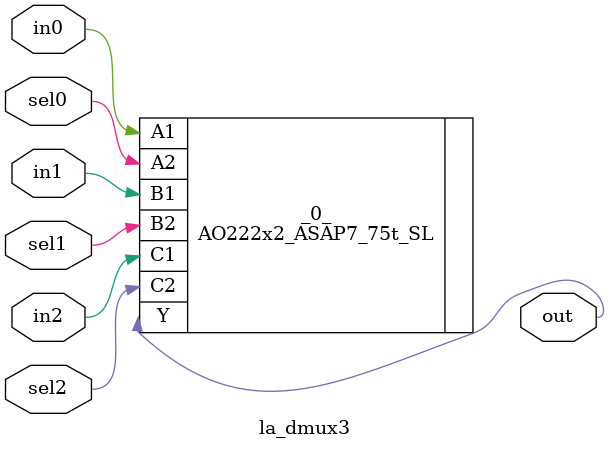
<source format=v>

/* Generated by Yosys 0.37 (git sha1 a5c7f69ed, clang 14.0.0-1ubuntu1.1 -fPIC -Os) */

module la_dmux3(sel0, sel1, sel2, in0, in1, in2, out);
  input in0;
  wire in0;
  input in1;
  wire in1;
  input in2;
  wire in2;
  output out;
  wire out;
  input sel0;
  wire sel0;
  input sel1;
  wire sel1;
  input sel2;
  wire sel2;
  AO222x2_ASAP7_75t_SL _0_ (
    .A1(in0),
    .A2(sel0),
    .B1(in1),
    .B2(sel1),
    .C1(in2),
    .C2(sel2),
    .Y(out)
  );
endmodule

</source>
